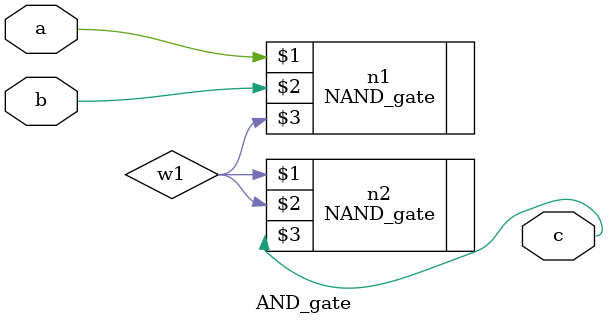
<source format=v>
`include "NAND.v"
module AND_gate(a, b, c);
input a, b;
output c;

wire w1, w2;
NAND_gate n1(a, b, w1);
NAND_gate n2(w1, w1, c);

endmodule
</source>
